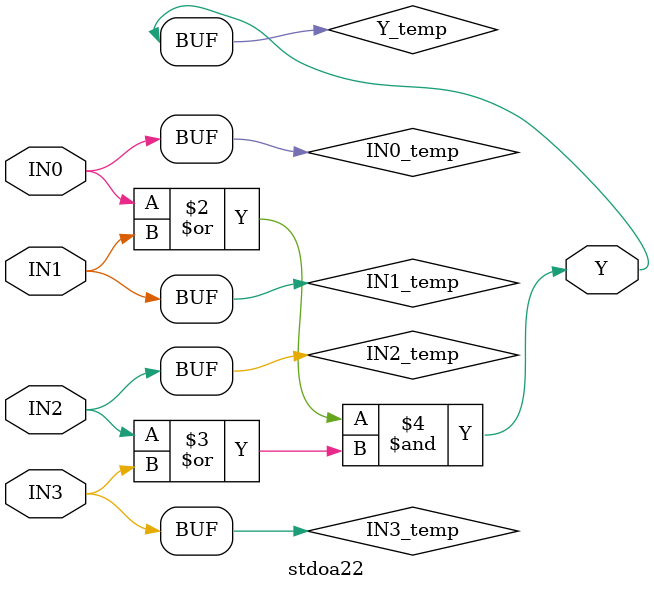
<source format=v>
module stdoa22(IN0,IN1,IN2,IN3,Y);
  parameter
        d_IN0_r = 0,
        d_IN0_f = 0,
        d_IN1_r = 0,
        d_IN1_f = 0,
        d_IN2_r = 0,
        d_IN2_f = 0,
        d_IN3_r = 0,
        d_IN3_f = 0,
        d_Y_r = 1,
        d_Y_f = 1;
  input  IN0;
  input  IN1;
  input  IN2;
  input  IN3;
  output  Y;
  wire  IN0_temp;
  wire  IN1_temp;
  wire  IN2_temp;
  wire  IN3_temp;
  reg  Y_temp;
  assign #(d_IN0_r,d_IN0_f) IN0_temp = IN0;
  assign #(d_IN1_r,d_IN1_f) IN1_temp = IN1;
  assign #(d_IN2_r,d_IN2_f) IN2_temp = IN2;
  assign #(d_IN3_r,d_IN3_f) IN3_temp = IN3;
  assign #(d_Y_r,d_Y_f) Y = Y_temp;
  always
    @(IN0_temp or IN1_temp or IN2_temp or IN3_temp)
      begin
      Y_temp = ((IN0_temp | IN1_temp) & (IN2_temp | IN3_temp));
      end
endmodule

</source>
